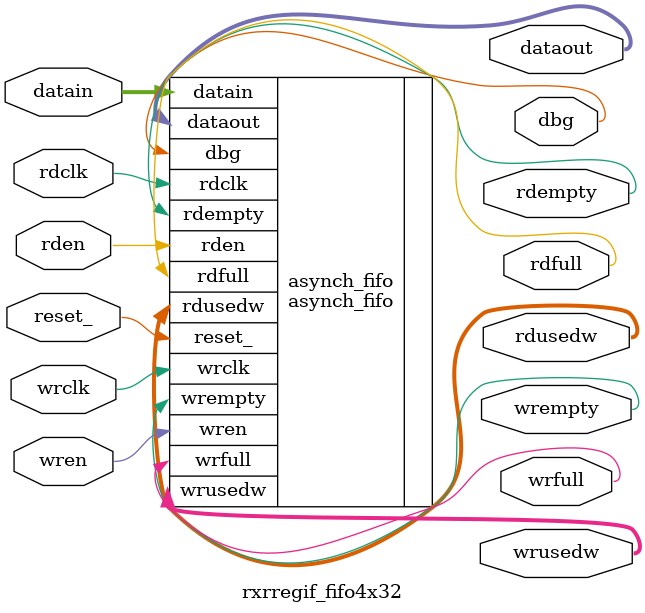
<source format=v>


`timescale 1ns / 1ps
module rxrregif_fifo4x32 # (parameter WIDTH = 32,         
								DEPTH = 4,
								PTR	= 2 )          

		  (
			input wire reset_,                                  //i,                                                        
			                                                                                                                
			input  wire 				wrclk,                  //i, Clk for writing data                                   
			input  wire 				wren,                   //i, request to write                                       
			input  wire [WIDTH-1 : 0]	datain,                 //i, Data coming in                                         
			output wire					wrfull,                 //o, indicates fifo is full or not (To avoid overiding)     
			output wire 			 	wrempty,                //o, indicates fifo is empty or not (to avoid underflow)    
			output wire	[PTR  : 0]		wrusedw,                //o, number of slots currently in use for writting          
                                                                                                                            
                                                                                                                            
			                                                                                                                
			input  wire 				rdclk,                  //i, Clk for reading data                                   
			input  wire 				rden,                   //i, Request to read from FIFO                              
			output wire [WIDTH-1 : 0]	dataout,                //o, Data coming out                                        
			output wire 				rdfull,                 //o, indicates fifo is full or not (To avoid overiding)     
			output wire 					rdempty,            //o, indicates fifo is empty or not (to avoid underflow)    
			output wire [PTR  : 0] 	rdusedw,                    //o, number of slots currently in use for reading           
                                                                                                                            
			                                                                                                                                                                                               
			output wire dbg                                     //o,                                                                                                                                       
                                                                                                                                               
);                                                                                                                                             
                                                                                                                                               
                                                                                                                                               
			                                                                                                                                   
			                                                                                                                                   
asynch_fifo # ( .WIDTH(WIDTH),                                                                                                                 
								.DEPTH(DEPTH),                                                                                                 
								.PTR(PTR) )                                                                                                    
                                                                                                                                               
asynch_fifo		  (                                                                                                                            
			.reset_(reset_),                                                                                                                   
			                                                                                                                                   
			.wrclk(wrclk),                                                     // Clk for writing data                                         
			.wren(wren),                                                       // request to write                                             
			.datain(datain),                                                  	// Data coming in                                               
			.wrfull(wrfull),                                                   // indicates fifo is full or not (To avoid overiding)           
			.wrempty(wrempty),                                                	// indicates fifo is empty or not (to avoid underflow)          
			.wrusedw(wrusedw),                                                 // number of slots currently in use for writting                
                                                                                                                                               
                                                                                                                                               
			                                                                 // Clk for reading data                                           
			.rdclk(rdclk),                                                   // Request to read from FIFO                                      
			.rden(rden),                                                     // Data coming out                                                
			.dataout(dataout),                                               // indicates fifo is full or not (To avoid overiding)             
			.rdfull(rdfull),                                                 // indicates fifo is empty or not (to avoid underflow)            
			.rdempty(rdempty),                                               // number of slots currently in use for reading                   
			.rdusedw(rdusedw),    

			
			.dbg(dbg)

);			
			
			
			
			
endmodule




</source>
